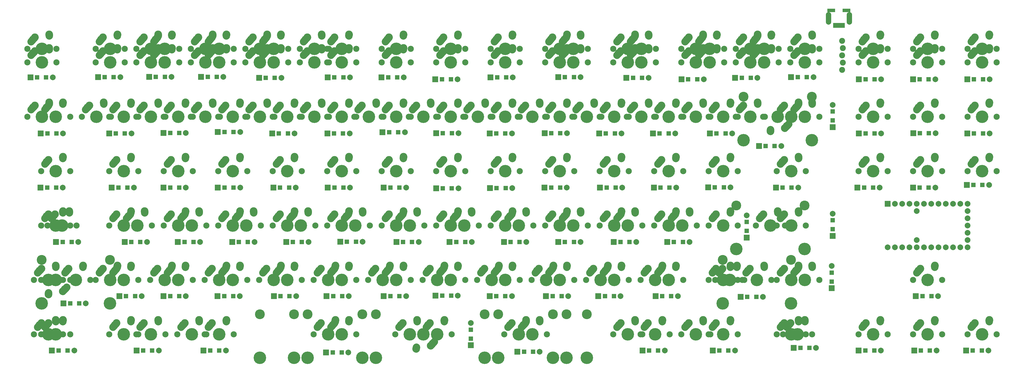
<source format=gbs>
G04 #@! TF.GenerationSoftware,KiCad,Pcbnew,(5.0.0-rc2-dev-733-g23a9fcd91)*
G04 #@! TF.CreationDate,2018-09-05T17:39:11-04:00*
G04 #@! TF.ProjectId,comp1800,636F6D70313830302E6B696361645F70,rev?*
G04 #@! TF.SameCoordinates,Original*
G04 #@! TF.FileFunction,Soldermask,Bot*
G04 #@! TF.FilePolarity,Negative*
%FSLAX46Y46*%
G04 Gerber Fmt 4.6, Leading zero omitted, Abs format (unit mm)*
G04 Created by KiCad (PCBNEW (5.0.0-rc2-dev-733-g23a9fcd91)) date 09/05/18 17:39:11*
%MOMM*%
%LPD*%
G01*
G04 APERTURE LIST*
%ADD10C,2.650000*%
%ADD11C,2.650000*%
%ADD12C,4.387800*%
%ADD13C,2.150000*%
%ADD14C,2.000000*%
%ADD15R,2.000000X2.000000*%
%ADD16C,3.448000*%
%ADD17R,1.600000X1.600000*%
%ADD18C,2.082800*%
%ADD19R,2.750000X1.200000*%
%ADD20R,0.900000X1.800000*%
%ADD21O,1.900000X4.400000*%
G04 APERTURE END LIST*
D10*
X254932500Y-128560000D03*
D11*
X254912500Y-128850000D02*
X254952500Y-128270000D01*
D10*
X254952500Y-128270000D03*
X249257501Y-130080000D03*
D11*
X248602500Y-130810000D02*
X249912502Y-129350000D01*
D12*
X252412500Y-133350000D03*
D10*
X249912500Y-129350000D03*
D13*
X247332500Y-133350000D03*
X257492500Y-133350000D03*
X362267500Y-114300000D03*
X352107500Y-114300000D03*
D10*
X354687500Y-110300000D03*
D12*
X357187500Y-114300000D03*
D10*
X354032501Y-111030000D03*
D11*
X353377500Y-111760000D02*
X354687502Y-110300000D01*
D10*
X359727500Y-109220000D03*
X359707500Y-109510000D03*
D11*
X359687500Y-109800000D02*
X359727500Y-109220000D01*
D14*
X353377500Y-100330000D03*
X353377500Y-90170000D03*
X343217500Y-102870000D03*
X345757500Y-102870000D03*
X348297500Y-102870000D03*
X350837500Y-102870000D03*
X353377500Y-102870000D03*
X355917500Y-102870000D03*
X358457500Y-102870000D03*
X360997500Y-102870000D03*
X363537500Y-102870000D03*
X366077500Y-102870000D03*
X368617500Y-102870000D03*
X371157500Y-102870000D03*
X371157500Y-100330000D03*
X371157500Y-97790000D03*
X371157500Y-92710000D03*
X371157500Y-90170000D03*
X371157500Y-87630000D03*
X368617500Y-87630000D03*
X366077500Y-87630000D03*
X363537500Y-87630000D03*
X360997500Y-87630000D03*
X358457500Y-87630000D03*
X355917500Y-87630000D03*
X353377500Y-87630000D03*
X350837500Y-87630000D03*
X348297500Y-87630000D03*
X345757500Y-87630000D03*
D15*
X343217500Y-87630000D03*
D14*
X371157500Y-95250000D03*
D10*
X359707500Y-71410000D03*
D11*
X359687500Y-71700000D02*
X359727500Y-71120000D01*
D10*
X359727500Y-71120000D03*
X354032501Y-72930000D03*
D11*
X353377500Y-73660000D02*
X354687502Y-72200000D01*
D12*
X357187500Y-76200000D03*
D10*
X354687500Y-72200000D03*
D13*
X352107500Y-76200000D03*
X362267500Y-76200000D03*
D10*
X316845000Y-28547500D03*
D11*
X316825000Y-28837500D02*
X316865000Y-28257500D01*
D10*
X316865000Y-28257500D03*
X311170001Y-30067500D03*
D11*
X310515000Y-30797500D02*
X311825002Y-29337500D01*
D12*
X314325000Y-33337500D03*
D10*
X311825000Y-29337500D03*
D13*
X309245000Y-33337500D03*
X319405000Y-33337500D03*
D10*
X212070000Y-28547500D03*
D11*
X212050000Y-28837500D02*
X212090000Y-28257500D01*
D10*
X212090000Y-28257500D03*
X206395001Y-30067500D03*
D11*
X205740000Y-30797500D02*
X207050002Y-29337500D01*
D12*
X209550000Y-33337500D03*
D10*
X207050000Y-29337500D03*
D13*
X204470000Y-33337500D03*
X214630000Y-33337500D03*
D10*
X193020000Y-28547500D03*
D11*
X193000000Y-28837500D02*
X193040000Y-28257500D01*
D10*
X193040000Y-28257500D03*
X187345001Y-30067500D03*
D11*
X186690000Y-30797500D02*
X188000002Y-29337500D01*
D12*
X190500000Y-33337500D03*
D10*
X188000000Y-29337500D03*
D13*
X185420000Y-33337500D03*
X195580000Y-33337500D03*
D10*
X259695000Y-28547500D03*
D11*
X259675000Y-28837500D02*
X259715000Y-28257500D01*
D10*
X259715000Y-28257500D03*
X254020001Y-30067500D03*
D11*
X253365000Y-30797500D02*
X254675002Y-29337500D01*
D12*
X257175000Y-33337500D03*
D10*
X254675000Y-29337500D03*
D13*
X252095000Y-33337500D03*
X262255000Y-33337500D03*
X128905000Y-33337500D03*
X118745000Y-33337500D03*
D10*
X121325000Y-29337500D03*
D12*
X123825000Y-33337500D03*
D10*
X120670001Y-30067500D03*
D11*
X120015000Y-30797500D02*
X121325002Y-29337500D01*
D10*
X126365000Y-28257500D03*
X126345000Y-28547500D03*
D11*
X126325000Y-28837500D02*
X126365000Y-28257500D01*
D10*
X302557500Y-28547500D03*
D11*
X302537500Y-28837500D02*
X302577500Y-28257500D01*
D10*
X302577500Y-28257500D03*
X296882501Y-30067500D03*
D11*
X296227500Y-30797500D02*
X297537502Y-29337500D01*
D12*
X300037500Y-33337500D03*
D10*
X297537500Y-29337500D03*
D13*
X294957500Y-33337500D03*
X305117500Y-33337500D03*
D10*
X112057500Y-28547500D03*
D11*
X112037500Y-28837500D02*
X112077500Y-28257500D01*
D10*
X112077500Y-28257500D03*
X106382501Y-30067500D03*
D11*
X105727500Y-30797500D02*
X107037502Y-29337500D01*
D12*
X109537500Y-33337500D03*
D10*
X107037500Y-29337500D03*
D13*
X104457500Y-33337500D03*
X114617500Y-33337500D03*
D10*
X254932500Y-28547500D03*
D11*
X254912500Y-28837500D02*
X254952500Y-28257500D01*
D10*
X254952500Y-28257500D03*
X249257501Y-30067500D03*
D11*
X248602500Y-30797500D02*
X249912502Y-29337500D01*
D12*
X252412500Y-33337500D03*
D10*
X249912500Y-29337500D03*
D13*
X247332500Y-33337500D03*
X257492500Y-33337500D03*
D10*
X145395000Y-28547500D03*
D11*
X145375000Y-28837500D02*
X145415000Y-28257500D01*
D10*
X145415000Y-28257500D03*
X139720001Y-30067500D03*
D11*
X139065000Y-30797500D02*
X140375002Y-29337500D01*
D12*
X142875000Y-33337500D03*
D10*
X140375000Y-29337500D03*
D13*
X137795000Y-33337500D03*
X147955000Y-33337500D03*
X300355000Y-33337500D03*
X290195000Y-33337500D03*
D10*
X292775000Y-29337500D03*
D12*
X295275000Y-33337500D03*
D10*
X292120001Y-30067500D03*
D11*
X291465000Y-30797500D02*
X292775002Y-29337500D01*
D10*
X297815000Y-28257500D03*
X297795000Y-28547500D03*
D11*
X297775000Y-28837500D02*
X297815000Y-28257500D01*
D10*
X173970000Y-28547500D03*
D11*
X173950000Y-28837500D02*
X173990000Y-28257500D01*
D10*
X173990000Y-28257500D03*
X168295001Y-30067500D03*
D11*
X167640000Y-30797500D02*
X168950002Y-29337500D01*
D12*
X171450000Y-33337500D03*
D10*
X168950000Y-29337500D03*
D13*
X166370000Y-33337500D03*
X176530000Y-33337500D03*
D10*
X278745000Y-28547500D03*
D11*
X278725000Y-28837500D02*
X278765000Y-28257500D01*
D10*
X278765000Y-28257500D03*
X273070001Y-30067500D03*
D11*
X272415000Y-30797500D02*
X273725002Y-29337500D01*
D12*
X276225000Y-33337500D03*
D10*
X273725000Y-29337500D03*
D13*
X271145000Y-33337500D03*
X281305000Y-33337500D03*
X109855000Y-33337500D03*
X99695000Y-33337500D03*
D10*
X102275000Y-29337500D03*
D12*
X104775000Y-33337500D03*
D10*
X101620001Y-30067500D03*
D11*
X100965000Y-30797500D02*
X102275002Y-29337500D01*
D10*
X107315000Y-28257500D03*
X107295000Y-28547500D03*
D11*
X107275000Y-28837500D02*
X107315000Y-28257500D01*
D10*
X88245000Y-28547500D03*
D11*
X88225000Y-28837500D02*
X88265000Y-28257500D01*
D10*
X88265000Y-28257500D03*
X82570001Y-30067500D03*
D11*
X81915000Y-30797500D02*
X83225002Y-29337500D01*
D12*
X85725000Y-33337500D03*
D10*
X83225000Y-29337500D03*
D13*
X80645000Y-33337500D03*
X90805000Y-33337500D03*
X238442500Y-33337500D03*
X228282500Y-33337500D03*
D10*
X230862500Y-29337500D03*
D12*
X233362500Y-33337500D03*
D10*
X230207501Y-30067500D03*
D11*
X229552500Y-30797500D02*
X230862502Y-29337500D01*
D10*
X235902500Y-28257500D03*
X235882500Y-28547500D03*
D11*
X235862500Y-28837500D02*
X235902500Y-28257500D01*
D10*
X93007500Y-28547500D03*
D11*
X92987500Y-28837500D02*
X93027500Y-28257500D01*
D10*
X93027500Y-28257500D03*
X87332501Y-30067500D03*
D11*
X86677500Y-30797500D02*
X87987502Y-29337500D01*
D12*
X90487500Y-33337500D03*
D10*
X87987500Y-29337500D03*
D13*
X85407500Y-33337500D03*
X95567500Y-33337500D03*
X233680000Y-33337500D03*
X223520000Y-33337500D03*
D10*
X226100000Y-29337500D03*
D12*
X228600000Y-33337500D03*
D10*
X225445001Y-30067500D03*
D11*
X224790000Y-30797500D02*
X226100002Y-29337500D01*
D10*
X231140000Y-28257500D03*
X231120000Y-28547500D03*
D11*
X231100000Y-28837500D02*
X231140000Y-28257500D01*
D13*
X133667500Y-33337500D03*
X123507500Y-33337500D03*
D10*
X126087500Y-29337500D03*
D12*
X128587500Y-33337500D03*
D10*
X125432501Y-30067500D03*
D11*
X124777500Y-30797500D02*
X126087502Y-29337500D01*
D10*
X131127500Y-28257500D03*
X131107500Y-28547500D03*
D11*
X131087500Y-28837500D02*
X131127500Y-28257500D01*
D13*
X157480000Y-33337500D03*
X147320000Y-33337500D03*
D10*
X149900000Y-29337500D03*
D12*
X152400000Y-33337500D03*
D10*
X149245001Y-30067500D03*
D11*
X148590000Y-30797500D02*
X149900002Y-29337500D01*
D10*
X154940000Y-28257500D03*
X154920000Y-28547500D03*
D11*
X154900000Y-28837500D02*
X154940000Y-28257500D01*
D10*
X283507500Y-28547500D03*
D11*
X283487500Y-28837500D02*
X283527500Y-28257500D01*
D10*
X283527500Y-28257500D03*
X277832501Y-30067500D03*
D11*
X277177500Y-30797500D02*
X278487502Y-29337500D01*
D12*
X280987500Y-33337500D03*
D10*
X278487500Y-29337500D03*
D13*
X275907500Y-33337500D03*
X286067500Y-33337500D03*
X90805000Y-38100000D03*
X80645000Y-38100000D03*
D10*
X83225000Y-34100000D03*
D12*
X85725000Y-38100000D03*
D10*
X82570001Y-34830000D03*
D11*
X81915000Y-35560000D02*
X83225002Y-34100000D01*
D10*
X88265000Y-33020000D03*
X88245000Y-33310000D03*
D11*
X88225000Y-33600000D02*
X88265000Y-33020000D01*
D10*
X107295000Y-33310000D03*
D11*
X107275000Y-33600000D02*
X107315000Y-33020000D01*
D10*
X107315000Y-33020000D03*
X101620001Y-34830000D03*
D11*
X100965000Y-35560000D02*
X102275002Y-34100000D01*
D12*
X104775000Y-38100000D03*
D10*
X102275000Y-34100000D03*
D13*
X99695000Y-38100000D03*
X109855000Y-38100000D03*
D10*
X126345000Y-33310000D03*
D11*
X126325000Y-33600000D02*
X126365000Y-33020000D01*
D10*
X126365000Y-33020000D03*
X120670001Y-34830000D03*
D11*
X120015000Y-35560000D02*
X121325002Y-34100000D01*
D12*
X123825000Y-38100000D03*
D10*
X121325000Y-34100000D03*
D13*
X118745000Y-38100000D03*
X128905000Y-38100000D03*
X147955000Y-38100000D03*
X137795000Y-38100000D03*
D10*
X140375000Y-34100000D03*
D12*
X142875000Y-38100000D03*
D10*
X139720001Y-34830000D03*
D11*
X139065000Y-35560000D02*
X140375002Y-34100000D01*
D10*
X145415000Y-33020000D03*
X145395000Y-33310000D03*
D11*
X145375000Y-33600000D02*
X145415000Y-33020000D01*
D10*
X154920000Y-33310000D03*
D11*
X154900000Y-33600000D02*
X154940000Y-33020000D01*
D10*
X154940000Y-33020000D03*
X149245001Y-34830000D03*
D11*
X148590000Y-35560000D02*
X149900002Y-34100000D01*
D12*
X152400000Y-38100000D03*
D10*
X149900000Y-34100000D03*
D13*
X147320000Y-38100000D03*
X157480000Y-38100000D03*
X343217500Y-38100000D03*
X333057500Y-38100000D03*
D10*
X335637500Y-34100000D03*
D12*
X338137500Y-38100000D03*
D10*
X334982501Y-34830000D03*
D11*
X334327500Y-35560000D02*
X335637502Y-34100000D01*
D10*
X340677500Y-33020000D03*
X340657500Y-33310000D03*
D11*
X340637500Y-33600000D02*
X340677500Y-33020000D01*
D10*
X378757500Y-33310000D03*
D11*
X378737500Y-33600000D02*
X378777500Y-33020000D01*
D10*
X378777500Y-33020000D03*
X373082501Y-34830000D03*
D11*
X372427500Y-35560000D02*
X373737502Y-34100000D01*
D12*
X376237500Y-38100000D03*
D10*
X373737500Y-34100000D03*
D13*
X371157500Y-38100000D03*
X381317500Y-38100000D03*
D10*
X359707500Y-33310000D03*
D11*
X359687500Y-33600000D02*
X359727500Y-33020000D01*
D10*
X359727500Y-33020000D03*
X354032501Y-34830000D03*
D11*
X353377500Y-35560000D02*
X354687502Y-34100000D01*
D12*
X357187500Y-38100000D03*
D10*
X354687500Y-34100000D03*
D13*
X352107500Y-38100000D03*
X362267500Y-38100000D03*
X286067500Y-38100000D03*
X275907500Y-38100000D03*
D10*
X278487500Y-34100000D03*
D12*
X280987500Y-38100000D03*
D10*
X277832501Y-34830000D03*
D11*
X277177500Y-35560000D02*
X278487502Y-34100000D01*
D10*
X283527500Y-33020000D03*
X283507500Y-33310000D03*
D11*
X283487500Y-33600000D02*
X283527500Y-33020000D01*
D10*
X297795000Y-33310000D03*
D11*
X297775000Y-33600000D02*
X297815000Y-33020000D01*
D10*
X297815000Y-33020000D03*
X292120001Y-34830000D03*
D11*
X291465000Y-35560000D02*
X292775002Y-34100000D01*
D12*
X295275000Y-38100000D03*
D10*
X292775000Y-34100000D03*
D13*
X290195000Y-38100000D03*
X300355000Y-38100000D03*
D10*
X131107500Y-33310000D03*
D11*
X131087500Y-33600000D02*
X131127500Y-33020000D01*
D10*
X131127500Y-33020000D03*
X125432501Y-34830000D03*
D11*
X124777500Y-35560000D02*
X126087502Y-34100000D01*
D12*
X128587500Y-38100000D03*
D10*
X126087500Y-34100000D03*
D13*
X123507500Y-38100000D03*
X133667500Y-38100000D03*
X114617500Y-38100000D03*
X104457500Y-38100000D03*
D10*
X107037500Y-34100000D03*
D12*
X109537500Y-38100000D03*
D10*
X106382501Y-34830000D03*
D11*
X105727500Y-35560000D02*
X107037502Y-34100000D01*
D10*
X112077500Y-33020000D03*
X112057500Y-33310000D03*
D11*
X112037500Y-33600000D02*
X112077500Y-33020000D01*
D13*
X319405000Y-38100000D03*
X309245000Y-38100000D03*
D10*
X311825000Y-34100000D03*
D12*
X314325000Y-38100000D03*
D10*
X311170001Y-34830000D03*
D11*
X310515000Y-35560000D02*
X311825002Y-34100000D01*
D10*
X316865000Y-33020000D03*
X316845000Y-33310000D03*
D11*
X316825000Y-33600000D02*
X316865000Y-33020000D01*
D13*
X305117500Y-38100000D03*
X294957500Y-38100000D03*
D10*
X297537500Y-34100000D03*
D12*
X300037500Y-38100000D03*
D10*
X296882501Y-34830000D03*
D11*
X296227500Y-35560000D02*
X297537502Y-34100000D01*
D10*
X302577500Y-33020000D03*
X302557500Y-33310000D03*
D11*
X302537500Y-33600000D02*
X302577500Y-33020000D01*
D10*
X231120000Y-33310000D03*
D11*
X231100000Y-33600000D02*
X231140000Y-33020000D01*
D10*
X231140000Y-33020000D03*
X225445001Y-34830000D03*
D11*
X224790000Y-35560000D02*
X226100002Y-34100000D01*
D12*
X228600000Y-38100000D03*
D10*
X226100000Y-34100000D03*
D13*
X223520000Y-38100000D03*
X233680000Y-38100000D03*
D10*
X235882500Y-33310000D03*
D11*
X235862500Y-33600000D02*
X235902500Y-33020000D01*
D10*
X235902500Y-33020000D03*
X230207501Y-34830000D03*
D11*
X229552500Y-35560000D02*
X230862502Y-34100000D01*
D12*
X233362500Y-38100000D03*
D10*
X230862500Y-34100000D03*
D13*
X228282500Y-38100000D03*
X238442500Y-38100000D03*
X95567500Y-38100000D03*
X85407500Y-38100000D03*
D10*
X87987500Y-34100000D03*
D12*
X90487500Y-38100000D03*
D10*
X87332501Y-34830000D03*
D11*
X86677500Y-35560000D02*
X87987502Y-34100000D01*
D10*
X93027500Y-33020000D03*
X93007500Y-33310000D03*
D11*
X92987500Y-33600000D02*
X93027500Y-33020000D01*
D13*
X262255000Y-38100000D03*
X252095000Y-38100000D03*
D10*
X254675000Y-34100000D03*
D12*
X257175000Y-38100000D03*
D10*
X254020001Y-34830000D03*
D11*
X253365000Y-35560000D02*
X254675002Y-34100000D01*
D10*
X259715000Y-33020000D03*
X259695000Y-33310000D03*
D11*
X259675000Y-33600000D02*
X259715000Y-33020000D01*
D10*
X73957500Y-33310000D03*
D11*
X73937500Y-33600000D02*
X73977500Y-33020000D01*
D10*
X73977500Y-33020000D03*
X68282501Y-34830000D03*
D11*
X67627500Y-35560000D02*
X68937502Y-34100000D01*
D12*
X71437500Y-38100000D03*
D10*
X68937500Y-34100000D03*
D13*
X66357500Y-38100000D03*
X76517500Y-38100000D03*
X195580000Y-38100000D03*
X185420000Y-38100000D03*
D10*
X188000000Y-34100000D03*
D12*
X190500000Y-38100000D03*
D10*
X187345001Y-34830000D03*
D11*
X186690000Y-35560000D02*
X188000002Y-34100000D01*
D10*
X193040000Y-33020000D03*
X193020000Y-33310000D03*
D11*
X193000000Y-33600000D02*
X193040000Y-33020000D01*
D13*
X281305000Y-38100000D03*
X271145000Y-38100000D03*
D10*
X273725000Y-34100000D03*
D12*
X276225000Y-38100000D03*
D10*
X273070001Y-34830000D03*
D11*
X272415000Y-35560000D02*
X273725002Y-34100000D01*
D10*
X278765000Y-33020000D03*
X278745000Y-33310000D03*
D11*
X278725000Y-33600000D02*
X278765000Y-33020000D01*
D13*
X176530000Y-38100000D03*
X166370000Y-38100000D03*
D10*
X168950000Y-34100000D03*
D12*
X171450000Y-38100000D03*
D10*
X168295001Y-34830000D03*
D11*
X167640000Y-35560000D02*
X168950002Y-34100000D01*
D10*
X173990000Y-33020000D03*
X173970000Y-33310000D03*
D11*
X173950000Y-33600000D02*
X173990000Y-33020000D01*
D13*
X214630000Y-38100000D03*
X204470000Y-38100000D03*
D10*
X207050000Y-34100000D03*
D12*
X209550000Y-38100000D03*
D10*
X206395001Y-34830000D03*
D11*
X205740000Y-35560000D02*
X207050002Y-34100000D01*
D10*
X212090000Y-33020000D03*
X212070000Y-33310000D03*
D11*
X212050000Y-33600000D02*
X212090000Y-33020000D01*
D13*
X257492500Y-38100000D03*
X247332500Y-38100000D03*
D10*
X249912500Y-34100000D03*
D12*
X252412500Y-38100000D03*
D10*
X249257501Y-34830000D03*
D11*
X248602500Y-35560000D02*
X249912502Y-34100000D01*
D10*
X254952500Y-33020000D03*
X254932500Y-33310000D03*
D11*
X254912500Y-33600000D02*
X254952500Y-33020000D01*
D10*
X50145000Y-33310000D03*
D11*
X50125000Y-33600000D02*
X50165000Y-33020000D01*
D10*
X50165000Y-33020000D03*
X44470001Y-34830000D03*
D11*
X43815000Y-35560000D02*
X45125002Y-34100000D01*
D12*
X47625000Y-38100000D03*
D10*
X45125000Y-34100000D03*
D13*
X42545000Y-38100000D03*
X52705000Y-38100000D03*
X181292500Y-133350000D03*
X171132500Y-133350000D03*
D10*
X173712500Y-129350000D03*
D12*
X176212500Y-133350000D03*
D10*
X173057501Y-130080000D03*
D11*
X172402500Y-130810000D02*
X173712502Y-129350000D01*
D10*
X178752500Y-128270000D03*
X178732500Y-128560000D03*
D11*
X178712500Y-128850000D02*
X178752500Y-128270000D01*
D10*
X254932500Y-90460000D03*
D11*
X254912500Y-90750000D02*
X254952500Y-90170000D01*
D10*
X254952500Y-90170000D03*
X249257501Y-91980000D03*
D11*
X248602500Y-92710000D02*
X249912502Y-91250000D01*
D12*
X252412500Y-95250000D03*
D10*
X249912500Y-91250000D03*
D13*
X247332500Y-95250000D03*
X257492500Y-95250000D03*
D10*
X83482500Y-90460000D03*
D11*
X83462500Y-90750000D02*
X83502500Y-90170000D01*
D10*
X83502500Y-90170000D03*
X77807501Y-91980000D03*
D11*
X77152500Y-92710000D02*
X78462502Y-91250000D01*
D12*
X80962500Y-95250000D03*
D10*
X78462500Y-91250000D03*
D13*
X75882500Y-95250000D03*
X86042500Y-95250000D03*
X171767500Y-114300000D03*
X161607500Y-114300000D03*
D10*
X164187500Y-110300000D03*
D12*
X166687500Y-114300000D03*
D10*
X163532501Y-111030000D03*
D11*
X162877500Y-111760000D02*
X164187502Y-110300000D01*
D10*
X169227500Y-109220000D03*
X169207500Y-109510000D03*
D11*
X169187500Y-109800000D02*
X169227500Y-109220000D01*
D10*
X131107500Y-109510000D03*
D11*
X131087500Y-109800000D02*
X131127500Y-109220000D01*
D10*
X131127500Y-109220000D03*
X125432501Y-111030000D03*
D11*
X124777500Y-111760000D02*
X126087502Y-110300000D01*
D12*
X128587500Y-114300000D03*
D10*
X126087500Y-110300000D03*
D13*
X123507500Y-114300000D03*
X133667500Y-114300000D03*
X124142500Y-95250000D03*
X113982500Y-95250000D03*
D10*
X116562500Y-91250000D03*
D12*
X119062500Y-95250000D03*
D10*
X115907501Y-91980000D03*
D11*
X115252500Y-92710000D02*
X116562502Y-91250000D01*
D10*
X121602500Y-90170000D03*
X121582500Y-90460000D03*
D11*
X121562500Y-90750000D02*
X121602500Y-90170000D01*
D13*
X119380000Y-76200000D03*
X109220000Y-76200000D03*
D10*
X111800000Y-72200000D03*
D12*
X114300000Y-76200000D03*
D10*
X111145001Y-72930000D03*
D11*
X110490000Y-73660000D02*
X111800002Y-72200000D01*
D10*
X116840000Y-71120000D03*
X116820000Y-71410000D03*
D11*
X116800000Y-71700000D02*
X116840000Y-71120000D01*
D13*
X143192500Y-95250000D03*
X133032500Y-95250000D03*
D10*
X135612500Y-91250000D03*
D12*
X138112500Y-95250000D03*
D10*
X134957501Y-91980000D03*
D11*
X134302500Y-92710000D02*
X135612502Y-91250000D01*
D10*
X140652500Y-90170000D03*
X140632500Y-90460000D03*
D11*
X140612500Y-90750000D02*
X140652500Y-90170000D01*
D13*
X162242500Y-95250000D03*
X152082500Y-95250000D03*
D10*
X154662500Y-91250000D03*
D12*
X157162500Y-95250000D03*
D10*
X154007501Y-91980000D03*
D11*
X153352500Y-92710000D02*
X154662502Y-91250000D01*
D10*
X159702500Y-90170000D03*
X159682500Y-90460000D03*
D11*
X159662500Y-90750000D02*
X159702500Y-90170000D01*
D13*
X181292500Y-95250000D03*
X171132500Y-95250000D03*
D10*
X173712500Y-91250000D03*
D12*
X176212500Y-95250000D03*
D10*
X173057501Y-91980000D03*
D11*
X172402500Y-92710000D02*
X173712502Y-91250000D01*
D10*
X178752500Y-90170000D03*
X178732500Y-90460000D03*
D11*
X178712500Y-90750000D02*
X178752500Y-90170000D01*
D13*
X214630000Y-76200000D03*
X204470000Y-76200000D03*
D10*
X207050000Y-72200000D03*
D12*
X209550000Y-76200000D03*
D10*
X206395001Y-72930000D03*
D11*
X205740000Y-73660000D02*
X207050002Y-72200000D01*
D10*
X212090000Y-71120000D03*
X212070000Y-71410000D03*
D11*
X212050000Y-71700000D02*
X212090000Y-71120000D01*
D10*
X197782500Y-90460000D03*
D11*
X197762500Y-90750000D02*
X197802500Y-90170000D01*
D10*
X197802500Y-90170000D03*
X192107501Y-91980000D03*
D11*
X191452500Y-92710000D02*
X192762502Y-91250000D01*
D12*
X195262500Y-95250000D03*
D10*
X192762500Y-91250000D03*
D13*
X190182500Y-95250000D03*
X200342500Y-95250000D03*
D10*
X245407500Y-109510000D03*
D11*
X245387500Y-109800000D02*
X245427500Y-109220000D01*
D10*
X245427500Y-109220000D03*
X239732501Y-111030000D03*
D11*
X239077500Y-111760000D02*
X240387502Y-110300000D01*
D12*
X242887500Y-114300000D03*
D10*
X240387500Y-110300000D03*
D13*
X237807500Y-114300000D03*
X247967500Y-114300000D03*
X228917500Y-114300000D03*
X218757500Y-114300000D03*
D10*
X221337500Y-110300000D03*
D12*
X223837500Y-114300000D03*
D10*
X220682501Y-111030000D03*
D11*
X220027500Y-111760000D02*
X221337502Y-110300000D01*
D10*
X226377500Y-109220000D03*
X226357500Y-109510000D03*
D11*
X226337500Y-109800000D02*
X226377500Y-109220000D01*
D10*
X240645000Y-52360000D03*
D11*
X240625000Y-52650000D02*
X240665000Y-52070000D01*
D10*
X240665000Y-52070000D03*
X234970001Y-53880000D03*
D11*
X234315000Y-54610000D02*
X235625002Y-53150000D01*
D12*
X238125000Y-57150000D03*
D10*
X235625000Y-53150000D03*
D13*
X233045000Y-57150000D03*
X243205000Y-57150000D03*
D10*
X69195000Y-52360000D03*
D11*
X69175000Y-52650000D02*
X69215000Y-52070000D01*
D10*
X69215000Y-52070000D03*
X63520001Y-53880000D03*
D11*
X62865000Y-54610000D02*
X64175002Y-53150000D01*
D12*
X66675000Y-57150000D03*
D10*
X64175000Y-53150000D03*
D13*
X61595000Y-57150000D03*
X71755000Y-57150000D03*
X219392500Y-95250000D03*
X209232500Y-95250000D03*
D10*
X211812500Y-91250000D03*
D12*
X214312500Y-95250000D03*
D10*
X211157501Y-91980000D03*
D11*
X210502500Y-92710000D02*
X211812502Y-91250000D01*
D10*
X216852500Y-90170000D03*
X216832500Y-90460000D03*
D11*
X216812500Y-90750000D02*
X216852500Y-90170000D01*
D13*
X90805000Y-57150000D03*
X80645000Y-57150000D03*
D10*
X83225000Y-53150000D03*
D12*
X85725000Y-57150000D03*
D10*
X82570001Y-53880000D03*
D11*
X81915000Y-54610000D02*
X83225002Y-53150000D01*
D10*
X88265000Y-52070000D03*
X88245000Y-52360000D03*
D11*
X88225000Y-52650000D02*
X88265000Y-52070000D01*
D10*
X107295000Y-52360000D03*
D11*
X107275000Y-52650000D02*
X107315000Y-52070000D01*
D10*
X107315000Y-52070000D03*
X101620001Y-53880000D03*
D11*
X100965000Y-54610000D02*
X102275002Y-53150000D01*
D12*
X104775000Y-57150000D03*
D10*
X102275000Y-53150000D03*
D13*
X99695000Y-57150000D03*
X109855000Y-57150000D03*
X128905000Y-57150000D03*
X118745000Y-57150000D03*
D10*
X121325000Y-53150000D03*
D12*
X123825000Y-57150000D03*
D10*
X120670001Y-53880000D03*
D11*
X120015000Y-54610000D02*
X121325002Y-53150000D01*
D10*
X126365000Y-52070000D03*
X126345000Y-52360000D03*
D11*
X126325000Y-52650000D02*
X126365000Y-52070000D01*
D13*
X147955000Y-57150000D03*
X137795000Y-57150000D03*
D10*
X140375000Y-53150000D03*
D12*
X142875000Y-57150000D03*
D10*
X139720001Y-53880000D03*
D11*
X139065000Y-54610000D02*
X140375002Y-53150000D01*
D10*
X145415000Y-52070000D03*
X145395000Y-52360000D03*
D11*
X145375000Y-52650000D02*
X145415000Y-52070000D01*
D13*
X167005000Y-57150000D03*
X156845000Y-57150000D03*
D10*
X159425000Y-53150000D03*
D12*
X161925000Y-57150000D03*
D10*
X158770001Y-53880000D03*
D11*
X158115000Y-54610000D02*
X159425002Y-53150000D01*
D10*
X164465000Y-52070000D03*
X164445000Y-52360000D03*
D11*
X164425000Y-52650000D02*
X164465000Y-52070000D01*
D13*
X186055000Y-57150000D03*
X175895000Y-57150000D03*
D10*
X178475000Y-53150000D03*
D12*
X180975000Y-57150000D03*
D10*
X177820001Y-53880000D03*
D11*
X177165000Y-54610000D02*
X178475002Y-53150000D01*
D10*
X183515000Y-52070000D03*
X183495000Y-52360000D03*
D11*
X183475000Y-52650000D02*
X183515000Y-52070000D01*
D10*
X202545000Y-52360000D03*
D11*
X202525000Y-52650000D02*
X202565000Y-52070000D01*
D10*
X202565000Y-52070000D03*
X196870001Y-53880000D03*
D11*
X196215000Y-54610000D02*
X197525002Y-53150000D01*
D12*
X200025000Y-57150000D03*
D10*
X197525000Y-53150000D03*
D13*
X194945000Y-57150000D03*
X205105000Y-57150000D03*
X224155000Y-57150000D03*
X213995000Y-57150000D03*
D10*
X216575000Y-53150000D03*
D12*
X219075000Y-57150000D03*
D10*
X215920001Y-53880000D03*
D11*
X215265000Y-54610000D02*
X216575002Y-53150000D01*
D10*
X221615000Y-52070000D03*
X221595000Y-52360000D03*
D11*
X221575000Y-52650000D02*
X221615000Y-52070000D01*
D13*
X271780000Y-76200000D03*
X261620000Y-76200000D03*
D10*
X264200000Y-72200000D03*
D12*
X266700000Y-76200000D03*
D10*
X263545001Y-72930000D03*
D11*
X262890000Y-73660000D02*
X264200002Y-72200000D01*
D10*
X269240000Y-71120000D03*
X269220000Y-71410000D03*
D11*
X269200000Y-71700000D02*
X269240000Y-71120000D01*
D10*
X288270000Y-71410000D03*
D11*
X288250000Y-71700000D02*
X288290000Y-71120000D01*
D10*
X288290000Y-71120000D03*
X282595001Y-72930000D03*
D11*
X281940000Y-73660000D02*
X283250002Y-72200000D01*
D12*
X285750000Y-76200000D03*
D10*
X283250000Y-72200000D03*
D13*
X280670000Y-76200000D03*
X290830000Y-76200000D03*
X276542500Y-95250000D03*
X266382500Y-95250000D03*
D10*
X268962500Y-91250000D03*
D12*
X271462500Y-95250000D03*
D10*
X268307501Y-91980000D03*
D11*
X267652500Y-92710000D02*
X268962502Y-91250000D01*
D10*
X274002500Y-90170000D03*
X273982500Y-90460000D03*
D11*
X273962500Y-90750000D02*
X274002500Y-90170000D01*
D10*
X378757500Y-52360000D03*
D11*
X378737500Y-52650000D02*
X378777500Y-52070000D01*
D10*
X378777500Y-52070000D03*
X373082501Y-53880000D03*
D11*
X372427500Y-54610000D02*
X373737502Y-53150000D01*
D12*
X376237500Y-57150000D03*
D10*
X373737500Y-53150000D03*
D13*
X371157500Y-57150000D03*
X381317500Y-57150000D03*
X262255000Y-57150000D03*
X252095000Y-57150000D03*
D10*
X254675000Y-53150000D03*
D12*
X257175000Y-57150000D03*
D10*
X254020001Y-53880000D03*
D11*
X253365000Y-54610000D02*
X254675002Y-53150000D01*
D10*
X259715000Y-52070000D03*
X259695000Y-52360000D03*
D11*
X259675000Y-52650000D02*
X259715000Y-52070000D01*
D13*
X381317500Y-133350000D03*
X371157500Y-133350000D03*
D10*
X373737500Y-129350000D03*
D12*
X376237500Y-133350000D03*
D10*
X373082501Y-130080000D03*
D11*
X372427500Y-130810000D02*
X373737502Y-129350000D01*
D10*
X378777500Y-128270000D03*
X378757500Y-128560000D03*
D11*
X378737500Y-128850000D02*
X378777500Y-128270000D01*
D10*
X264457500Y-109510000D03*
D11*
X264437500Y-109800000D02*
X264477500Y-109220000D01*
D10*
X264477500Y-109220000D03*
X258782501Y-111030000D03*
D11*
X258127500Y-111760000D02*
X259437502Y-110300000D01*
D12*
X261937500Y-114300000D03*
D10*
X259437500Y-110300000D03*
D13*
X256857500Y-114300000D03*
X267017500Y-114300000D03*
D10*
X359707500Y-52360000D03*
D11*
X359687500Y-52650000D02*
X359727500Y-52070000D01*
D10*
X359727500Y-52070000D03*
X354032501Y-53880000D03*
D11*
X353377500Y-54610000D02*
X354687502Y-53150000D01*
D12*
X357187500Y-57150000D03*
D10*
X354687500Y-53150000D03*
D13*
X352107500Y-57150000D03*
X362267500Y-57150000D03*
D10*
X290532500Y-109510000D03*
D11*
X290512500Y-109800000D02*
X290552500Y-109220000D01*
D10*
X290552500Y-109220000D03*
X284857501Y-111030000D03*
D11*
X284202500Y-111760000D02*
X285512502Y-110300000D01*
D12*
X288012500Y-114300000D03*
D10*
X285512500Y-110300000D03*
D13*
X282932500Y-114300000D03*
X293092500Y-114300000D03*
D10*
X340657500Y-128560000D03*
D11*
X340637500Y-128850000D02*
X340677500Y-128270000D01*
D10*
X340677500Y-128270000D03*
X334982501Y-130080000D03*
D11*
X334327500Y-130810000D02*
X335637502Y-129350000D01*
D12*
X338137500Y-133350000D03*
D10*
X335637500Y-129350000D03*
D13*
X333057500Y-133350000D03*
X343217500Y-133350000D03*
X362267500Y-133350000D03*
X352107500Y-133350000D03*
D10*
X354687500Y-129350000D03*
D12*
X357187500Y-133350000D03*
D10*
X354032501Y-130080000D03*
D11*
X353377500Y-130810000D02*
X354687502Y-129350000D01*
D10*
X359727500Y-128270000D03*
X359707500Y-128560000D03*
D11*
X359687500Y-128850000D02*
X359727500Y-128270000D01*
D10*
X340657500Y-71410000D03*
D11*
X340637500Y-71700000D02*
X340677500Y-71120000D01*
D10*
X340677500Y-71120000D03*
X334982501Y-72930000D03*
D11*
X334327500Y-73660000D02*
X335637502Y-72200000D01*
D12*
X338137500Y-76200000D03*
D10*
X335637500Y-72200000D03*
D13*
X333057500Y-76200000D03*
X343217500Y-76200000D03*
D10*
X378757500Y-71410000D03*
D11*
X378737500Y-71700000D02*
X378777500Y-71120000D01*
D10*
X378777500Y-71120000D03*
X373082501Y-72930000D03*
D11*
X372427500Y-73660000D02*
X373737502Y-72200000D01*
D12*
X376237500Y-76200000D03*
D10*
X373737500Y-72200000D03*
D13*
X371157500Y-76200000D03*
X381317500Y-76200000D03*
D10*
X278745000Y-52360000D03*
D11*
X278725000Y-52650000D02*
X278765000Y-52070000D01*
D10*
X278765000Y-52070000D03*
X273070001Y-53880000D03*
D11*
X272415000Y-54610000D02*
X273725002Y-53150000D01*
D12*
X276225000Y-57150000D03*
D10*
X273725000Y-53150000D03*
D13*
X271145000Y-57150000D03*
X281305000Y-57150000D03*
X114617500Y-133350000D03*
X104457500Y-133350000D03*
D10*
X107037500Y-129350000D03*
D12*
X109537500Y-133350000D03*
D10*
X106382501Y-130080000D03*
D11*
X105727500Y-130810000D02*
X107037502Y-129350000D01*
D10*
X112077500Y-128270000D03*
X112057500Y-128560000D03*
D11*
X112037500Y-128850000D02*
X112077500Y-128270000D01*
D10*
X102532500Y-128560000D03*
D11*
X102512500Y-128850000D02*
X102552500Y-128270000D01*
D10*
X102552500Y-128270000D03*
X96857501Y-130080000D03*
D11*
X96202500Y-130810000D02*
X97512502Y-129350000D01*
D12*
X100012500Y-133350000D03*
D10*
X97512500Y-129350000D03*
D13*
X94932500Y-133350000D03*
X105092500Y-133350000D03*
X316865000Y-133350000D03*
X306705000Y-133350000D03*
D10*
X309285000Y-129350000D03*
D12*
X311785000Y-133350000D03*
D10*
X308630001Y-130080000D03*
D11*
X307975000Y-130810000D02*
X309285002Y-129350000D01*
D10*
X314325000Y-128270000D03*
X314305000Y-128560000D03*
D11*
X314285000Y-128850000D02*
X314325000Y-128270000D01*
D13*
X314642500Y-133350000D03*
X304482500Y-133350000D03*
D10*
X307062500Y-129350000D03*
D12*
X309562500Y-133350000D03*
D10*
X306407501Y-130080000D03*
D11*
X305752500Y-130810000D02*
X307062502Y-129350000D01*
D10*
X312102500Y-128270000D03*
X312082500Y-128560000D03*
D11*
X312062500Y-128850000D02*
X312102500Y-128270000D01*
D13*
X319405000Y-57150000D03*
X309245000Y-57150000D03*
D10*
X311825000Y-53150000D03*
D12*
X314325000Y-57150000D03*
D10*
X311170001Y-53880000D03*
D11*
X310515000Y-54610000D02*
X311825002Y-53150000D01*
D10*
X316865000Y-52070000D03*
X316845000Y-52360000D03*
D11*
X316825000Y-52650000D02*
X316865000Y-52070000D01*
D10*
X57170000Y-90460000D03*
D11*
X57150000Y-90750000D02*
X57190000Y-90170000D01*
D10*
X57190000Y-90170000D03*
X51495001Y-91980000D03*
D11*
X50840000Y-92710000D02*
X52150002Y-91250000D01*
D12*
X54650000Y-95250000D03*
D10*
X52150000Y-91250000D03*
D13*
X49570000Y-95250000D03*
X59730000Y-95250000D03*
X54967500Y-133350000D03*
X44807500Y-133350000D03*
D10*
X47387500Y-129350000D03*
D12*
X49887500Y-133350000D03*
D10*
X46732501Y-130080000D03*
D11*
X46077500Y-130810000D02*
X47387502Y-129350000D01*
D10*
X52427500Y-128270000D03*
X52407500Y-128560000D03*
D11*
X52387500Y-128850000D02*
X52427500Y-128270000D01*
D10*
X54907500Y-128560000D03*
D11*
X54887500Y-128850000D02*
X54927500Y-128270000D01*
D10*
X54927500Y-128270000D03*
X49232501Y-130080000D03*
D11*
X48577500Y-130810000D02*
X49887502Y-129350000D01*
D12*
X52387500Y-133350000D03*
D10*
X49887500Y-129350000D03*
D13*
X47307500Y-133350000D03*
X57467500Y-133350000D03*
X267017500Y-133350000D03*
X256857500Y-133350000D03*
D10*
X259437500Y-129350000D03*
D12*
X261937500Y-133350000D03*
D10*
X258782501Y-130080000D03*
D11*
X258127500Y-130810000D02*
X259437502Y-129350000D01*
D10*
X264477500Y-128270000D03*
X264457500Y-128560000D03*
D11*
X264437500Y-128850000D02*
X264477500Y-128270000D01*
D10*
X297795000Y-52360000D03*
D11*
X297775000Y-52650000D02*
X297815000Y-52070000D01*
D10*
X297815000Y-52070000D03*
X292120001Y-53880000D03*
D11*
X291465000Y-54610000D02*
X292775002Y-53150000D01*
D12*
X295275000Y-57150000D03*
D10*
X292775000Y-53150000D03*
D13*
X290195000Y-57150000D03*
X300355000Y-57150000D03*
D10*
X304820000Y-90460000D03*
D11*
X304800000Y-90750000D02*
X304840000Y-90170000D01*
D10*
X304840000Y-90170000D03*
X299145001Y-91980000D03*
D11*
X298490000Y-92710000D02*
X299800002Y-91250000D01*
D12*
X302300000Y-95250000D03*
D10*
X299800000Y-91250000D03*
D13*
X297220000Y-95250000D03*
X307380000Y-95250000D03*
D16*
X290362000Y-88265000D03*
X314238000Y-88265000D03*
D12*
X290362000Y-103505000D03*
X314238000Y-103505000D03*
D13*
X52705000Y-33337500D03*
X42545000Y-33337500D03*
D10*
X45125000Y-29337500D03*
D12*
X47625000Y-33337500D03*
D10*
X44470001Y-30067500D03*
D11*
X43815000Y-30797500D02*
X45125002Y-29337500D01*
D10*
X50165000Y-28257500D03*
X50145000Y-28547500D03*
D11*
X50125000Y-28837500D02*
X50165000Y-28257500D01*
D13*
X76517500Y-33337500D03*
X66357500Y-33337500D03*
D10*
X68937500Y-29337500D03*
D12*
X71437500Y-33337500D03*
D10*
X68282501Y-30067500D03*
D11*
X67627500Y-30797500D02*
X68937502Y-29337500D01*
D10*
X73977500Y-28257500D03*
X73957500Y-28547500D03*
D11*
X73937500Y-28837500D02*
X73977500Y-28257500D01*
D13*
X319405000Y-114300000D03*
X309245000Y-114300000D03*
D10*
X311825000Y-110300000D03*
D12*
X314325000Y-114300000D03*
D10*
X311170001Y-111030000D03*
D11*
X310515000Y-111760000D02*
X311825002Y-110300000D01*
D10*
X316865000Y-109220000D03*
X316845000Y-109510000D03*
D11*
X316825000Y-109800000D02*
X316865000Y-109220000D01*
D13*
X76517500Y-114300000D03*
X66357500Y-114300000D03*
D10*
X68937500Y-110300000D03*
D12*
X71437500Y-114300000D03*
D10*
X68282501Y-111030000D03*
D11*
X67627500Y-111760000D02*
X68937502Y-110300000D01*
D10*
X73977500Y-109220000D03*
X73957500Y-109510000D03*
D11*
X73937500Y-109800000D02*
X73977500Y-109220000D01*
D10*
X340657500Y-52360000D03*
D11*
X340637500Y-52650000D02*
X340677500Y-52070000D01*
D10*
X340677500Y-52070000D03*
X334982501Y-53880000D03*
D11*
X334327500Y-54610000D02*
X335637502Y-53150000D01*
D12*
X338137500Y-57150000D03*
D10*
X335637500Y-53150000D03*
D13*
X333057500Y-57150000D03*
X343217500Y-57150000D03*
X381317500Y-33337500D03*
X371157500Y-33337500D03*
D10*
X373737500Y-29337500D03*
D12*
X376237500Y-33337500D03*
D10*
X373082501Y-30067500D03*
D11*
X372427500Y-30797500D02*
X373737502Y-29337500D01*
D10*
X378777500Y-28257500D03*
X378757500Y-28547500D03*
D11*
X378737500Y-28837500D02*
X378777500Y-28257500D01*
D10*
X340657500Y-28547500D03*
D11*
X340637500Y-28837500D02*
X340677500Y-28257500D01*
D10*
X340677500Y-28257500D03*
X334982501Y-30067500D03*
D11*
X334327500Y-30797500D02*
X335637502Y-29337500D01*
D12*
X338137500Y-33337500D03*
D10*
X335637500Y-29337500D03*
D13*
X333057500Y-33337500D03*
X343217500Y-33337500D03*
X362267500Y-33337500D03*
X352107500Y-33337500D03*
D10*
X354687500Y-29337500D03*
D12*
X357187500Y-33337500D03*
D10*
X354032501Y-30067500D03*
D11*
X353377500Y-30797500D02*
X354687502Y-29337500D01*
D10*
X359727500Y-28257500D03*
X359707500Y-28547500D03*
D11*
X359687500Y-28837500D02*
X359727500Y-28257500D01*
D10*
X61932500Y-109510000D03*
D11*
X61912500Y-109800000D02*
X61952500Y-109220000D01*
D10*
X61952500Y-109220000D03*
X56257501Y-111030000D03*
D11*
X55602500Y-111760000D02*
X56912502Y-110300000D01*
D12*
X59412500Y-114300000D03*
D10*
X56912500Y-110300000D03*
D13*
X54332500Y-114300000D03*
X64492500Y-114300000D03*
D16*
X47474500Y-107315000D03*
X71350500Y-107315000D03*
D12*
X47474500Y-122555000D03*
X71350500Y-122555000D03*
D10*
X52407500Y-109510000D03*
D11*
X52387500Y-109800000D02*
X52427500Y-109220000D01*
D10*
X52427500Y-109220000D03*
X46732501Y-111030000D03*
D11*
X46077500Y-111760000D02*
X47387502Y-110300000D01*
D12*
X49887500Y-114300000D03*
D10*
X47387500Y-110300000D03*
D13*
X44807500Y-114300000D03*
X54967500Y-114300000D03*
D12*
X309475500Y-122555000D03*
X285599500Y-122555000D03*
D16*
X309475500Y-107315000D03*
X285599500Y-107315000D03*
D13*
X302617500Y-114300000D03*
X292457500Y-114300000D03*
D10*
X295037500Y-110300000D03*
D12*
X297537500Y-114300000D03*
D10*
X294382501Y-111030000D03*
D11*
X293727500Y-111760000D02*
X295037502Y-110300000D01*
D10*
X300077500Y-109220000D03*
X300057500Y-109510000D03*
D11*
X300037500Y-109800000D02*
X300077500Y-109220000D01*
D10*
X154920000Y-128560000D03*
D11*
X154900000Y-128850000D02*
X154940000Y-128270000D01*
D10*
X154940000Y-128270000D03*
X149245001Y-130080000D03*
D11*
X148590000Y-130810000D02*
X149900002Y-129350000D01*
D12*
X152400000Y-133350000D03*
D10*
X149900000Y-129350000D03*
D13*
X147320000Y-133350000D03*
X157480000Y-133350000D03*
D16*
X140462000Y-126365000D03*
X164338000Y-126365000D03*
D12*
X140462000Y-141605000D03*
X164338000Y-141605000D03*
D10*
X150157500Y-128560000D03*
D11*
X150137500Y-128850000D02*
X150177500Y-128270000D01*
D10*
X150177500Y-128270000D03*
X144482501Y-130080000D03*
D11*
X143827500Y-130810000D02*
X145137502Y-129350000D01*
D12*
X147637500Y-133350000D03*
D10*
X145137500Y-129350000D03*
D13*
X142557500Y-133350000D03*
X152717500Y-133350000D03*
D16*
X135699500Y-126365000D03*
X159575500Y-126365000D03*
D12*
X135699500Y-141605000D03*
X159575500Y-141605000D03*
D10*
X188257500Y-128560000D03*
D11*
X188237500Y-128850000D02*
X188277500Y-128270000D01*
D10*
X188277500Y-128270000D03*
X182582501Y-130080000D03*
D11*
X181927500Y-130810000D02*
X183237502Y-129350000D01*
D12*
X185737500Y-133350000D03*
D10*
X183237500Y-129350000D03*
D13*
X180657500Y-133350000D03*
X190817500Y-133350000D03*
D10*
X216832500Y-128560000D03*
D11*
X216812500Y-128850000D02*
X216852500Y-128270000D01*
D10*
X216852500Y-128270000D03*
X211157501Y-130080000D03*
D11*
X210502500Y-130810000D02*
X211812502Y-129350000D01*
D12*
X214312500Y-133350000D03*
D10*
X211812500Y-129350000D03*
D13*
X209232500Y-133350000D03*
X219392500Y-133350000D03*
D16*
X202374500Y-126365000D03*
X226250500Y-126365000D03*
D12*
X202374500Y-141605000D03*
X226250500Y-141605000D03*
X231013000Y-141605000D03*
X207137000Y-141605000D03*
D16*
X231013000Y-126365000D03*
X207137000Y-126365000D03*
D13*
X224155000Y-133350000D03*
X213995000Y-133350000D03*
D10*
X216575000Y-129350000D03*
D12*
X219075000Y-133350000D03*
D10*
X215920001Y-130080000D03*
D11*
X215265000Y-130810000D02*
X216575002Y-129350000D01*
D10*
X221615000Y-128270000D03*
X221595000Y-128560000D03*
D11*
X221575000Y-128850000D02*
X221615000Y-128270000D01*
D10*
X54907500Y-71410000D03*
D11*
X54887500Y-71700000D02*
X54927500Y-71120000D01*
D10*
X54927500Y-71120000D03*
X49232501Y-72930000D03*
D11*
X48577500Y-73660000D02*
X49887502Y-72200000D01*
D12*
X52387500Y-76200000D03*
D10*
X49887500Y-72200000D03*
D13*
X47307500Y-76200000D03*
X57467500Y-76200000D03*
D10*
X50145000Y-52360000D03*
D11*
X50125000Y-52650000D02*
X50165000Y-52070000D01*
D10*
X50165000Y-52070000D03*
X44470001Y-53880000D03*
D11*
X43815000Y-54610000D02*
X45125002Y-53150000D01*
D12*
X47625000Y-57150000D03*
D10*
X45125000Y-53150000D03*
D13*
X42545000Y-57150000D03*
X52705000Y-57150000D03*
D10*
X88245000Y-128560000D03*
D11*
X88225000Y-128850000D02*
X88265000Y-128270000D01*
D10*
X88265000Y-128270000D03*
X82570001Y-130080000D03*
D11*
X81915000Y-130810000D02*
X83225002Y-129350000D01*
D12*
X85725000Y-133350000D03*
D10*
X83225000Y-129350000D03*
D13*
X80645000Y-133350000D03*
X90805000Y-133350000D03*
D10*
X78720000Y-128560000D03*
D11*
X78700000Y-128850000D02*
X78740000Y-128270000D01*
D10*
X78740000Y-128270000D03*
X73045001Y-130080000D03*
D11*
X72390000Y-130810000D02*
X73700002Y-129350000D01*
D12*
X76200000Y-133350000D03*
D10*
X73700000Y-129350000D03*
D13*
X71120000Y-133350000D03*
X81280000Y-133350000D03*
D10*
X278745000Y-128560000D03*
D11*
X278725000Y-128850000D02*
X278765000Y-128270000D01*
D10*
X278765000Y-128270000D03*
X273070001Y-130080000D03*
D11*
X272415000Y-130810000D02*
X273725002Y-129350000D01*
D12*
X276225000Y-133350000D03*
D10*
X273725000Y-129350000D03*
D13*
X271145000Y-133350000D03*
X281305000Y-133350000D03*
X290830000Y-133350000D03*
X280670000Y-133350000D03*
D10*
X283250000Y-129350000D03*
D12*
X285750000Y-133350000D03*
D10*
X282595001Y-130080000D03*
D11*
X281940000Y-130810000D02*
X283250002Y-129350000D01*
D10*
X288290000Y-128270000D03*
X288270000Y-128560000D03*
D11*
X288250000Y-128850000D02*
X288290000Y-128270000D01*
D13*
X238442500Y-95250000D03*
X228282500Y-95250000D03*
D10*
X230862500Y-91250000D03*
D12*
X233362500Y-95250000D03*
D10*
X230207501Y-91980000D03*
D11*
X229552500Y-92710000D02*
X230862502Y-91250000D01*
D10*
X235902500Y-90170000D03*
X235882500Y-90460000D03*
D11*
X235862500Y-90750000D02*
X235902500Y-90170000D01*
D10*
X207307500Y-109510000D03*
D11*
X207287500Y-109800000D02*
X207327500Y-109220000D01*
D10*
X207327500Y-109220000D03*
X201632501Y-111030000D03*
D11*
X200977500Y-111760000D02*
X202287502Y-110300000D01*
D12*
X204787500Y-114300000D03*
D10*
X202287500Y-110300000D03*
D13*
X199707500Y-114300000D03*
X209867500Y-114300000D03*
X190817500Y-114300000D03*
X180657500Y-114300000D03*
D10*
X183237500Y-110300000D03*
D12*
X185737500Y-114300000D03*
D10*
X182582501Y-111030000D03*
D11*
X181927500Y-111760000D02*
X183237502Y-110300000D01*
D10*
X188277500Y-109220000D03*
X188257500Y-109510000D03*
D11*
X188237500Y-109800000D02*
X188277500Y-109220000D01*
D10*
X231120000Y-71410000D03*
D11*
X231100000Y-71700000D02*
X231140000Y-71120000D01*
D10*
X231140000Y-71120000D03*
X225445001Y-72930000D03*
D11*
X224790000Y-73660000D02*
X226100002Y-72200000D01*
D12*
X228600000Y-76200000D03*
D10*
X226100000Y-72200000D03*
D13*
X223520000Y-76200000D03*
X233680000Y-76200000D03*
X81280000Y-76200000D03*
X71120000Y-76200000D03*
D10*
X73700000Y-72200000D03*
D12*
X76200000Y-76200000D03*
D10*
X73045001Y-72930000D03*
D11*
X72390000Y-73660000D02*
X73700002Y-72200000D01*
D10*
X78740000Y-71120000D03*
X78720000Y-71410000D03*
D11*
X78700000Y-71700000D02*
X78740000Y-71120000D01*
D13*
X138430000Y-76200000D03*
X128270000Y-76200000D03*
D10*
X130850000Y-72200000D03*
D12*
X133350000Y-76200000D03*
D10*
X130195001Y-72930000D03*
D11*
X129540000Y-73660000D02*
X130850002Y-72200000D01*
D10*
X135890000Y-71120000D03*
X135870000Y-71410000D03*
D11*
X135850000Y-71700000D02*
X135890000Y-71120000D01*
D10*
X102532500Y-90460000D03*
D11*
X102512500Y-90750000D02*
X102552500Y-90170000D01*
D10*
X102552500Y-90170000D03*
X96857501Y-91980000D03*
D11*
X96202500Y-92710000D02*
X97512502Y-91250000D01*
D12*
X100012500Y-95250000D03*
D10*
X97512500Y-91250000D03*
D13*
X94932500Y-95250000D03*
X105092500Y-95250000D03*
X157480000Y-76200000D03*
X147320000Y-76200000D03*
D10*
X149900000Y-72200000D03*
D12*
X152400000Y-76200000D03*
D10*
X149245001Y-72930000D03*
D11*
X148590000Y-73660000D02*
X149900002Y-72200000D01*
D10*
X154940000Y-71120000D03*
X154920000Y-71410000D03*
D11*
X154900000Y-71700000D02*
X154940000Y-71120000D01*
D13*
X195580000Y-76200000D03*
X185420000Y-76200000D03*
D10*
X188000000Y-72200000D03*
D12*
X190500000Y-76200000D03*
D10*
X187345001Y-72930000D03*
D11*
X186690000Y-73660000D02*
X188000002Y-72200000D01*
D10*
X193040000Y-71120000D03*
X193020000Y-71410000D03*
D11*
X193000000Y-71700000D02*
X193040000Y-71120000D01*
D13*
X152717500Y-114300000D03*
X142557500Y-114300000D03*
D10*
X145137500Y-110300000D03*
D12*
X147637500Y-114300000D03*
D10*
X144482501Y-111030000D03*
D11*
X143827500Y-111760000D02*
X145137502Y-110300000D01*
D10*
X150177500Y-109220000D03*
X150157500Y-109510000D03*
D11*
X150137500Y-109800000D02*
X150177500Y-109220000D01*
D13*
X100330000Y-76200000D03*
X90170000Y-76200000D03*
D10*
X92750000Y-72200000D03*
D12*
X95250000Y-76200000D03*
D10*
X92095001Y-72930000D03*
D11*
X91440000Y-73660000D02*
X92750002Y-72200000D01*
D10*
X97790000Y-71120000D03*
X97770000Y-71410000D03*
D11*
X97750000Y-71700000D02*
X97790000Y-71120000D01*
D13*
X114617500Y-114300000D03*
X104457500Y-114300000D03*
D10*
X107037500Y-110300000D03*
D12*
X109537500Y-114300000D03*
D10*
X106382501Y-111030000D03*
D11*
X105727500Y-111760000D02*
X107037502Y-110300000D01*
D10*
X112077500Y-109220000D03*
X112057500Y-109510000D03*
D11*
X112037500Y-109800000D02*
X112077500Y-109220000D01*
D13*
X176530000Y-76200000D03*
X166370000Y-76200000D03*
D10*
X168950000Y-72200000D03*
D12*
X171450000Y-76200000D03*
D10*
X168295001Y-72930000D03*
D11*
X167640000Y-73660000D02*
X168950002Y-72200000D01*
D10*
X173990000Y-71120000D03*
X173970000Y-71410000D03*
D11*
X173950000Y-71700000D02*
X173990000Y-71120000D01*
D10*
X93007500Y-109510000D03*
D11*
X92987500Y-109800000D02*
X93027500Y-109220000D01*
D10*
X93027500Y-109220000D03*
X87332501Y-111030000D03*
D11*
X86677500Y-111760000D02*
X87987502Y-110300000D01*
D12*
X90487500Y-114300000D03*
D10*
X87987500Y-110300000D03*
D13*
X85407500Y-114300000D03*
X95567500Y-114300000D03*
D10*
X250170000Y-71410000D03*
D11*
X250150000Y-71700000D02*
X250190000Y-71120000D01*
D10*
X250190000Y-71120000D03*
X244495001Y-72930000D03*
D11*
X243840000Y-73660000D02*
X245150002Y-72200000D01*
D12*
X247650000Y-76200000D03*
D10*
X245150000Y-72200000D03*
D13*
X242570000Y-76200000D03*
X252730000Y-76200000D03*
D10*
X312082500Y-71410000D03*
D11*
X312062500Y-71700000D02*
X312102500Y-71120000D01*
D10*
X312102500Y-71120000D03*
X306407501Y-72930000D03*
D11*
X305752500Y-73660000D02*
X307062502Y-72200000D01*
D12*
X309562500Y-76200000D03*
D10*
X307062500Y-72200000D03*
D13*
X304482500Y-76200000D03*
X314642500Y-76200000D03*
X252730000Y-95250000D03*
X242570000Y-95250000D03*
D10*
X245150000Y-91250000D03*
D12*
X247650000Y-95250000D03*
D10*
X244495001Y-91980000D03*
D11*
X243840000Y-92710000D02*
X245150002Y-91250000D01*
D10*
X250190000Y-90170000D03*
X250170000Y-90460000D03*
D11*
X250150000Y-90750000D02*
X250190000Y-90170000D01*
D13*
X81280000Y-95250000D03*
X71120000Y-95250000D03*
D10*
X73700000Y-91250000D03*
D12*
X76200000Y-95250000D03*
D10*
X73045001Y-91980000D03*
D11*
X72390000Y-92710000D02*
X73700002Y-91250000D01*
D10*
X78740000Y-90170000D03*
X78720000Y-90460000D03*
D11*
X78700000Y-90750000D02*
X78740000Y-90170000D01*
D13*
X176530000Y-114300000D03*
X166370000Y-114300000D03*
D10*
X168950000Y-110300000D03*
D12*
X171450000Y-114300000D03*
D10*
X168295001Y-111030000D03*
D11*
X167640000Y-111760000D02*
X168950002Y-110300000D01*
D10*
X173990000Y-109220000D03*
X173970000Y-109510000D03*
D11*
X173950000Y-109800000D02*
X173990000Y-109220000D01*
D13*
X138430000Y-114300000D03*
X128270000Y-114300000D03*
D10*
X130850000Y-110300000D03*
D12*
X133350000Y-114300000D03*
D10*
X130195001Y-111030000D03*
D11*
X129540000Y-111760000D02*
X130850002Y-110300000D01*
D10*
X135890000Y-109220000D03*
X135870000Y-109510000D03*
D11*
X135850000Y-109800000D02*
X135890000Y-109220000D01*
D10*
X116820000Y-90460000D03*
D11*
X116800000Y-90750000D02*
X116840000Y-90170000D01*
D10*
X116840000Y-90170000D03*
X111145001Y-91980000D03*
D11*
X110490000Y-92710000D02*
X111800002Y-91250000D01*
D12*
X114300000Y-95250000D03*
D10*
X111800000Y-91250000D03*
D13*
X109220000Y-95250000D03*
X119380000Y-95250000D03*
X138430000Y-95250000D03*
X128270000Y-95250000D03*
D10*
X130850000Y-91250000D03*
D12*
X133350000Y-95250000D03*
D10*
X130195001Y-91980000D03*
D11*
X129540000Y-92710000D02*
X130850002Y-91250000D01*
D10*
X135890000Y-90170000D03*
X135870000Y-90460000D03*
D11*
X135850000Y-90750000D02*
X135890000Y-90170000D01*
D10*
X154920000Y-90460000D03*
D11*
X154900000Y-90750000D02*
X154940000Y-90170000D01*
D10*
X154940000Y-90170000D03*
X149245001Y-91980000D03*
D11*
X148590000Y-92710000D02*
X149900002Y-91250000D01*
D12*
X152400000Y-95250000D03*
D10*
X149900000Y-91250000D03*
D13*
X147320000Y-95250000D03*
X157480000Y-95250000D03*
X176530000Y-95250000D03*
X166370000Y-95250000D03*
D10*
X168950000Y-91250000D03*
D12*
X171450000Y-95250000D03*
D10*
X168295001Y-91980000D03*
D11*
X167640000Y-92710000D02*
X168950002Y-91250000D01*
D10*
X173990000Y-90170000D03*
X173970000Y-90460000D03*
D11*
X173950000Y-90750000D02*
X173990000Y-90170000D01*
D13*
X195580000Y-95250000D03*
X185420000Y-95250000D03*
D10*
X188000000Y-91250000D03*
D12*
X190500000Y-95250000D03*
D10*
X187345001Y-91980000D03*
D11*
X186690000Y-92710000D02*
X188000002Y-91250000D01*
D10*
X193040000Y-90170000D03*
X193020000Y-90460000D03*
D11*
X193000000Y-90750000D02*
X193040000Y-90170000D01*
D10*
X250170000Y-109510000D03*
D11*
X250150000Y-109800000D02*
X250190000Y-109220000D01*
D10*
X250190000Y-109220000D03*
X244495001Y-111030000D03*
D11*
X243840000Y-111760000D02*
X245150002Y-110300000D01*
D12*
X247650000Y-114300000D03*
D10*
X245150000Y-110300000D03*
D13*
X242570000Y-114300000D03*
X252730000Y-114300000D03*
X233680000Y-114300000D03*
X223520000Y-114300000D03*
D10*
X226100000Y-110300000D03*
D12*
X228600000Y-114300000D03*
D10*
X225445001Y-111030000D03*
D11*
X224790000Y-111760000D02*
X226100002Y-110300000D01*
D10*
X231140000Y-109220000D03*
X231120000Y-109510000D03*
D11*
X231100000Y-109800000D02*
X231140000Y-109220000D01*
D10*
X212070000Y-90460000D03*
D11*
X212050000Y-90750000D02*
X212090000Y-90170000D01*
D10*
X212090000Y-90170000D03*
X206395001Y-91980000D03*
D11*
X205740000Y-92710000D02*
X207050002Y-91250000D01*
D12*
X209550000Y-95250000D03*
D10*
X207050000Y-91250000D03*
D13*
X204470000Y-95250000D03*
X214630000Y-95250000D03*
D10*
X78720000Y-52360000D03*
D11*
X78700000Y-52650000D02*
X78740000Y-52070000D01*
D10*
X78740000Y-52070000D03*
X73045001Y-53880000D03*
D11*
X72390000Y-54610000D02*
X73700002Y-53150000D01*
D12*
X76200000Y-57150000D03*
D10*
X73700000Y-53150000D03*
D13*
X71120000Y-57150000D03*
X81280000Y-57150000D03*
X100330000Y-57150000D03*
X90170000Y-57150000D03*
D10*
X92750000Y-53150000D03*
D12*
X95250000Y-57150000D03*
D10*
X92095001Y-53880000D03*
D11*
X91440000Y-54610000D02*
X92750002Y-53150000D01*
D10*
X97790000Y-52070000D03*
X97770000Y-52360000D03*
D11*
X97750000Y-52650000D02*
X97790000Y-52070000D01*
D10*
X116820000Y-52360000D03*
D11*
X116800000Y-52650000D02*
X116840000Y-52070000D01*
D10*
X116840000Y-52070000D03*
X111145001Y-53880000D03*
D11*
X110490000Y-54610000D02*
X111800002Y-53150000D01*
D12*
X114300000Y-57150000D03*
D10*
X111800000Y-53150000D03*
D13*
X109220000Y-57150000D03*
X119380000Y-57150000D03*
X138430000Y-57150000D03*
X128270000Y-57150000D03*
D10*
X130850000Y-53150000D03*
D12*
X133350000Y-57150000D03*
D10*
X130195001Y-53880000D03*
D11*
X129540000Y-54610000D02*
X130850002Y-53150000D01*
D10*
X135890000Y-52070000D03*
X135870000Y-52360000D03*
D11*
X135850000Y-52650000D02*
X135890000Y-52070000D01*
D10*
X154920000Y-52360000D03*
D11*
X154900000Y-52650000D02*
X154940000Y-52070000D01*
D10*
X154940000Y-52070000D03*
X149245001Y-53880000D03*
D11*
X148590000Y-54610000D02*
X149900002Y-53150000D01*
D12*
X152400000Y-57150000D03*
D10*
X149900000Y-53150000D03*
D13*
X147320000Y-57150000D03*
X157480000Y-57150000D03*
X176530000Y-57150000D03*
X166370000Y-57150000D03*
D10*
X168950000Y-53150000D03*
D12*
X171450000Y-57150000D03*
D10*
X168295001Y-53880000D03*
D11*
X167640000Y-54610000D02*
X168950002Y-53150000D01*
D10*
X173990000Y-52070000D03*
X173970000Y-52360000D03*
D11*
X173950000Y-52650000D02*
X173990000Y-52070000D01*
D10*
X193020000Y-52360000D03*
D11*
X193000000Y-52650000D02*
X193040000Y-52070000D01*
D10*
X193040000Y-52070000D03*
X187345001Y-53880000D03*
D11*
X186690000Y-54610000D02*
X188000002Y-53150000D01*
D12*
X190500000Y-57150000D03*
D10*
X188000000Y-53150000D03*
D13*
X185420000Y-57150000D03*
X195580000Y-57150000D03*
X214630000Y-57150000D03*
X204470000Y-57150000D03*
D10*
X207050000Y-53150000D03*
D12*
X209550000Y-57150000D03*
D10*
X206395001Y-53880000D03*
D11*
X205740000Y-54610000D02*
X207050002Y-53150000D01*
D10*
X212090000Y-52070000D03*
X212070000Y-52360000D03*
D11*
X212050000Y-52650000D02*
X212090000Y-52070000D01*
D10*
X231120000Y-52360000D03*
D11*
X231100000Y-52650000D02*
X231140000Y-52070000D01*
D10*
X231140000Y-52070000D03*
X225445001Y-53880000D03*
D11*
X224790000Y-54610000D02*
X226100002Y-53150000D01*
D12*
X228600000Y-57150000D03*
D10*
X226100000Y-53150000D03*
D13*
X223520000Y-57150000D03*
X233680000Y-57150000D03*
X252730000Y-57150000D03*
X242570000Y-57150000D03*
D10*
X245150000Y-53150000D03*
D12*
X247650000Y-57150000D03*
D10*
X244495001Y-53880000D03*
D11*
X243840000Y-54610000D02*
X245150002Y-53150000D01*
D10*
X250190000Y-52070000D03*
X250170000Y-52360000D03*
D11*
X250150000Y-52650000D02*
X250190000Y-52070000D01*
D13*
X271780000Y-95250000D03*
X261620000Y-95250000D03*
D10*
X264200000Y-91250000D03*
D12*
X266700000Y-95250000D03*
D10*
X263545001Y-91980000D03*
D11*
X262890000Y-92710000D02*
X264200002Y-91250000D01*
D10*
X269240000Y-90170000D03*
X269220000Y-90460000D03*
D11*
X269200000Y-90750000D02*
X269240000Y-90170000D01*
D10*
X269220000Y-52360000D03*
D11*
X269200000Y-52650000D02*
X269240000Y-52070000D01*
D10*
X269240000Y-52070000D03*
X263545001Y-53880000D03*
D11*
X262890000Y-54610000D02*
X264200002Y-53150000D01*
D12*
X266700000Y-57150000D03*
D10*
X264200000Y-53150000D03*
D13*
X261620000Y-57150000D03*
X271780000Y-57150000D03*
X271780000Y-114300000D03*
X261620000Y-114300000D03*
D10*
X264200000Y-110300000D03*
D12*
X266700000Y-114300000D03*
D10*
X263545001Y-111030000D03*
D11*
X262890000Y-111760000D02*
X264200002Y-110300000D01*
D10*
X269240000Y-109220000D03*
X269220000Y-109510000D03*
D11*
X269200000Y-109800000D02*
X269240000Y-109220000D01*
D13*
X290830000Y-57150000D03*
X280670000Y-57150000D03*
D10*
X283250000Y-53150000D03*
D12*
X285750000Y-57150000D03*
D10*
X282595001Y-53880000D03*
D11*
X281940000Y-54610000D02*
X283250002Y-53150000D01*
D10*
X288290000Y-52070000D03*
X288270000Y-52360000D03*
D11*
X288250000Y-52650000D02*
X288290000Y-52070000D01*
D10*
X312082500Y-52360000D03*
D11*
X312062500Y-52650000D02*
X312102500Y-52070000D01*
D10*
X312102500Y-52070000D03*
X306407501Y-53880000D03*
D11*
X305752500Y-54610000D02*
X307062502Y-53150000D01*
D12*
X309562500Y-57150000D03*
D10*
X307062500Y-53150000D03*
D13*
X304482500Y-57150000D03*
X314642500Y-57150000D03*
X57467500Y-95250000D03*
X47307500Y-95250000D03*
D10*
X49887500Y-91250000D03*
D12*
X52387500Y-95250000D03*
D10*
X49232501Y-91980000D03*
D11*
X48577500Y-92710000D02*
X49887502Y-91250000D01*
D10*
X54927500Y-90170000D03*
X54907500Y-90460000D03*
D11*
X54887500Y-90750000D02*
X54927500Y-90170000D01*
D13*
X314642500Y-95250000D03*
X304482500Y-95250000D03*
D10*
X307062500Y-91250000D03*
D12*
X309562500Y-95250000D03*
D10*
X306407501Y-91980000D03*
D11*
X305752500Y-92710000D02*
X307062502Y-91250000D01*
D10*
X312102500Y-90170000D03*
X312082500Y-90460000D03*
D11*
X312062500Y-90750000D02*
X312102500Y-90170000D01*
D10*
X288270000Y-109510000D03*
D11*
X288250000Y-109800000D02*
X288290000Y-109220000D01*
D10*
X288290000Y-109220000D03*
X282595001Y-111030000D03*
D11*
X281940000Y-111760000D02*
X283250002Y-110300000D01*
D12*
X285750000Y-114300000D03*
D10*
X283250000Y-110300000D03*
D13*
X280670000Y-114300000D03*
X290830000Y-114300000D03*
D10*
X312082500Y-109510000D03*
D11*
X312062500Y-109800000D02*
X312102500Y-109220000D01*
D10*
X312102500Y-109220000D03*
X306407501Y-111030000D03*
D11*
X305752500Y-111760000D02*
X307062502Y-110300000D01*
D12*
X309562500Y-114300000D03*
D10*
X307062500Y-110300000D03*
D13*
X304482500Y-114300000D03*
X314642500Y-114300000D03*
D10*
X78720000Y-109510000D03*
D11*
X78700000Y-109800000D02*
X78740000Y-109220000D01*
D10*
X78740000Y-109220000D03*
X73045001Y-111030000D03*
D11*
X72390000Y-111760000D02*
X73700002Y-110300000D01*
D12*
X76200000Y-114300000D03*
D10*
X73700000Y-110300000D03*
D13*
X71120000Y-114300000D03*
X81280000Y-114300000D03*
D10*
X49867500Y-119090000D03*
D11*
X49887500Y-118800000D02*
X49847500Y-119380000D01*
D10*
X49847500Y-119380000D03*
X55542499Y-117570000D03*
D11*
X56197500Y-116840000D02*
X54887498Y-118300000D01*
D12*
X52387500Y-114300000D03*
D10*
X54887500Y-118300000D03*
D13*
X57467500Y-114300000D03*
X47307500Y-114300000D03*
X57467500Y-57150000D03*
X47307500Y-57150000D03*
D10*
X49887500Y-53150000D03*
D12*
X52387500Y-57150000D03*
D10*
X49232501Y-53880000D03*
D11*
X48577500Y-54610000D02*
X49887502Y-53150000D01*
D10*
X54927500Y-52070000D03*
X54907500Y-52360000D03*
D11*
X54887500Y-52650000D02*
X54927500Y-52070000D01*
D10*
X231120000Y-90460000D03*
D11*
X231100000Y-90750000D02*
X231140000Y-90170000D01*
D10*
X231140000Y-90170000D03*
X225445001Y-91980000D03*
D11*
X224790000Y-92710000D02*
X226100002Y-91250000D01*
D12*
X228600000Y-95250000D03*
D10*
X226100000Y-91250000D03*
D13*
X223520000Y-95250000D03*
X233680000Y-95250000D03*
X214630000Y-114300000D03*
X204470000Y-114300000D03*
D10*
X207050000Y-110300000D03*
D12*
X209550000Y-114300000D03*
D10*
X206395001Y-111030000D03*
D11*
X205740000Y-111760000D02*
X207050002Y-110300000D01*
D10*
X212090000Y-109220000D03*
X212070000Y-109510000D03*
D11*
X212050000Y-109800000D02*
X212090000Y-109220000D01*
D10*
X193020000Y-109510000D03*
D11*
X193000000Y-109800000D02*
X193040000Y-109220000D01*
D10*
X193040000Y-109220000D03*
X187345001Y-111030000D03*
D11*
X186690000Y-111760000D02*
X188000002Y-110300000D01*
D12*
X190500000Y-114300000D03*
D10*
X188000000Y-110300000D03*
D13*
X185420000Y-114300000D03*
X195580000Y-114300000D03*
D10*
X97770000Y-90460000D03*
D11*
X97750000Y-90750000D02*
X97790000Y-90170000D01*
D10*
X97790000Y-90170000D03*
X92095001Y-91980000D03*
D11*
X91440000Y-92710000D02*
X92750002Y-91250000D01*
D12*
X95250000Y-95250000D03*
D10*
X92750000Y-91250000D03*
D13*
X90170000Y-95250000D03*
X100330000Y-95250000D03*
X157480000Y-114300000D03*
X147320000Y-114300000D03*
D10*
X149900000Y-110300000D03*
D12*
X152400000Y-114300000D03*
D10*
X149245001Y-111030000D03*
D11*
X148590000Y-111760000D02*
X149900002Y-110300000D01*
D10*
X154940000Y-109220000D03*
X154920000Y-109510000D03*
D11*
X154900000Y-109800000D02*
X154940000Y-109220000D01*
D10*
X116820000Y-109510000D03*
D11*
X116800000Y-109800000D02*
X116840000Y-109220000D01*
D10*
X116840000Y-109220000D03*
X111145001Y-111030000D03*
D11*
X110490000Y-111760000D02*
X111800002Y-110300000D01*
D12*
X114300000Y-114300000D03*
D10*
X111800000Y-110300000D03*
D13*
X109220000Y-114300000D03*
X119380000Y-114300000D03*
X100330000Y-114300000D03*
X90170000Y-114300000D03*
D10*
X92750000Y-110300000D03*
D12*
X95250000Y-114300000D03*
D10*
X92095001Y-111030000D03*
D11*
X91440000Y-111760000D02*
X92750002Y-110300000D01*
D10*
X97790000Y-109220000D03*
X97770000Y-109510000D03*
D11*
X97750000Y-109800000D02*
X97790000Y-109220000D01*
D13*
X290830000Y-95250000D03*
X280670000Y-95250000D03*
D10*
X283250000Y-91250000D03*
D12*
X285750000Y-95250000D03*
D10*
X282595001Y-91980000D03*
D11*
X281940000Y-92710000D02*
X283250002Y-91250000D01*
D10*
X288290000Y-90170000D03*
X288270000Y-90460000D03*
D11*
X288250000Y-90750000D02*
X288290000Y-90170000D01*
D14*
X51400000Y-43400000D03*
D15*
X43600000Y-43400000D03*
D17*
X45925000Y-43400000D03*
X49075000Y-43400000D03*
X72675000Y-43300000D03*
X69525000Y-43300000D03*
D15*
X67200000Y-43300000D03*
D14*
X75000000Y-43300000D03*
D17*
X90575000Y-43200000D03*
X87425000Y-43200000D03*
D15*
X85100000Y-43200000D03*
D14*
X92900000Y-43200000D03*
D17*
X108700000Y-43200000D03*
X105550000Y-43200000D03*
D15*
X103225000Y-43200000D03*
D14*
X111025000Y-43200000D03*
X131300000Y-43500000D03*
D15*
X123500000Y-43500000D03*
D17*
X125825000Y-43500000D03*
X128975000Y-43500000D03*
D14*
X155300000Y-43400000D03*
D15*
X147500000Y-43400000D03*
D17*
X149825000Y-43400000D03*
X152975000Y-43400000D03*
D14*
X174100000Y-43400000D03*
D15*
X166300000Y-43400000D03*
D17*
X168625000Y-43400000D03*
X171775000Y-43400000D03*
X190575000Y-44000000D03*
X187425000Y-44000000D03*
D15*
X185100000Y-44000000D03*
D14*
X192900000Y-44000000D03*
D17*
X209875000Y-43400000D03*
X206725000Y-43400000D03*
D15*
X204400000Y-43400000D03*
D14*
X212200000Y-43400000D03*
D17*
X233575000Y-43300000D03*
X230425000Y-43300000D03*
D15*
X228100000Y-43300000D03*
D14*
X235900000Y-43300000D03*
D17*
X257375000Y-43500000D03*
X254225000Y-43500000D03*
D15*
X251900000Y-43500000D03*
D14*
X259700000Y-43500000D03*
D17*
X276675000Y-44000000D03*
X273525000Y-44000000D03*
D15*
X271200000Y-44000000D03*
D14*
X279000000Y-44000000D03*
X297725000Y-43500000D03*
D15*
X289925000Y-43500000D03*
D17*
X292250000Y-43500000D03*
X295400000Y-43500000D03*
X314975000Y-43300000D03*
X311825000Y-43300000D03*
D15*
X309500000Y-43300000D03*
D14*
X317300000Y-43300000D03*
D17*
X338675000Y-44000000D03*
X335525000Y-44000000D03*
D15*
X333200000Y-44000000D03*
D14*
X341000000Y-44000000D03*
X359900000Y-44000000D03*
D15*
X352100000Y-44000000D03*
D17*
X354425000Y-44000000D03*
X357575000Y-44000000D03*
D14*
X378900000Y-44000000D03*
D15*
X371100000Y-44000000D03*
D17*
X373425000Y-44000000D03*
X376575000Y-44000000D03*
D14*
X324000000Y-91100000D03*
D15*
X324000000Y-98900000D03*
D17*
X324000000Y-96575000D03*
X324000000Y-93425000D03*
X52675000Y-63000000D03*
X49525000Y-63000000D03*
D15*
X47200000Y-63000000D03*
D14*
X55000000Y-63000000D03*
X78900000Y-63000000D03*
D15*
X71100000Y-63000000D03*
D17*
X73425000Y-63000000D03*
X76575000Y-63000000D03*
D14*
X97900000Y-62800000D03*
D15*
X90100000Y-62800000D03*
D17*
X92425000Y-62800000D03*
X95575000Y-62800000D03*
X114575000Y-62500000D03*
X111425000Y-62500000D03*
D15*
X109100000Y-62500000D03*
D14*
X116900000Y-62500000D03*
X135900000Y-63000000D03*
D15*
X128100000Y-63000000D03*
D17*
X130425000Y-63000000D03*
X133575000Y-63000000D03*
X152875000Y-63000000D03*
X149725000Y-63000000D03*
D15*
X147400000Y-63000000D03*
D14*
X155200000Y-63000000D03*
X174475000Y-62600000D03*
D15*
X166675000Y-62600000D03*
D17*
X169000000Y-62600000D03*
X172150000Y-62600000D03*
D14*
X193225000Y-62900000D03*
D15*
X185425000Y-62900000D03*
D17*
X187750000Y-62900000D03*
X190900000Y-62900000D03*
X209575000Y-63000000D03*
X206425000Y-63000000D03*
D15*
X204100000Y-63000000D03*
D14*
X211900000Y-63000000D03*
D17*
X228800000Y-62900000D03*
X225650000Y-62900000D03*
D15*
X223325000Y-62900000D03*
D14*
X231125000Y-62900000D03*
D17*
X247875000Y-63000000D03*
X244725000Y-63000000D03*
D15*
X242400000Y-63000000D03*
D14*
X250200000Y-63000000D03*
X269000000Y-63000000D03*
D15*
X261200000Y-63000000D03*
D17*
X263525000Y-63000000D03*
X266675000Y-63000000D03*
D14*
X288900000Y-63000000D03*
D15*
X281100000Y-63000000D03*
D17*
X283425000Y-63000000D03*
X286575000Y-63000000D03*
X324000000Y-55325000D03*
X324000000Y-58475000D03*
D15*
X324000000Y-60800000D03*
D14*
X324000000Y-53000000D03*
D17*
X303750000Y-67400000D03*
X300600000Y-67400000D03*
D15*
X298275000Y-67400000D03*
D14*
X306075000Y-67400000D03*
D17*
X338675000Y-63000000D03*
X335525000Y-63000000D03*
D15*
X333200000Y-63000000D03*
D14*
X341000000Y-63000000D03*
X360000000Y-62900000D03*
D15*
X352200000Y-62900000D03*
D17*
X354525000Y-62900000D03*
X357675000Y-62900000D03*
X376575000Y-63000000D03*
X373425000Y-63000000D03*
D15*
X371100000Y-63000000D03*
D14*
X378900000Y-63000000D03*
D17*
X323700000Y-111750000D03*
X323700000Y-114900000D03*
D15*
X323700000Y-117225000D03*
D14*
X323700000Y-109425000D03*
X54900000Y-82000000D03*
D15*
X47100000Y-82000000D03*
D17*
X49425000Y-82000000D03*
X52575000Y-82000000D03*
D14*
X79800000Y-82000000D03*
D15*
X72000000Y-82000000D03*
D17*
X74325000Y-82000000D03*
X77475000Y-82000000D03*
D14*
X97900000Y-82000000D03*
D15*
X90100000Y-82000000D03*
D17*
X92425000Y-82000000D03*
X95575000Y-82000000D03*
X114575000Y-82000000D03*
X111425000Y-82000000D03*
D15*
X109100000Y-82000000D03*
D14*
X116900000Y-82000000D03*
X136325000Y-82000000D03*
D15*
X128525000Y-82000000D03*
D17*
X130850000Y-82000000D03*
X134000000Y-82000000D03*
X153000000Y-82000000D03*
X149850000Y-82000000D03*
D15*
X147525000Y-82000000D03*
D14*
X155325000Y-82000000D03*
D17*
X172575000Y-82000000D03*
X169425000Y-82000000D03*
D15*
X167100000Y-82000000D03*
D14*
X174900000Y-82000000D03*
D17*
X190875000Y-82200000D03*
X187725000Y-82200000D03*
D15*
X185400000Y-82200000D03*
D14*
X193200000Y-82200000D03*
X212025000Y-82100000D03*
D15*
X204225000Y-82100000D03*
D17*
X206550000Y-82100000D03*
X209700000Y-82100000D03*
X228775000Y-82000000D03*
X225625000Y-82000000D03*
D15*
X223300000Y-82000000D03*
D14*
X231100000Y-82000000D03*
X250475000Y-82000000D03*
D15*
X242675000Y-82000000D03*
D17*
X245000000Y-82000000D03*
X248150000Y-82000000D03*
X267000000Y-82000000D03*
X263850000Y-82000000D03*
D15*
X261525000Y-82000000D03*
D14*
X269325000Y-82000000D03*
X288300000Y-81900000D03*
D15*
X280500000Y-81900000D03*
D17*
X282825000Y-81900000D03*
X285975000Y-81900000D03*
X309675000Y-82000000D03*
X306525000Y-82000000D03*
D15*
X304200000Y-82000000D03*
D14*
X312000000Y-82000000D03*
D17*
X338150000Y-82000000D03*
X335000000Y-82000000D03*
D15*
X332675000Y-82000000D03*
D14*
X340475000Y-82000000D03*
D17*
X357575000Y-82000000D03*
X354425000Y-82000000D03*
D15*
X352100000Y-82000000D03*
D14*
X359900000Y-82000000D03*
X378700000Y-81000000D03*
D15*
X370900000Y-81000000D03*
D17*
X373225000Y-81000000D03*
X376375000Y-81000000D03*
D14*
X60325000Y-101000000D03*
D15*
X52525000Y-101000000D03*
D17*
X54850000Y-101000000D03*
X58000000Y-101000000D03*
D14*
X84325000Y-101000000D03*
D15*
X76525000Y-101000000D03*
D17*
X78850000Y-101000000D03*
X82000000Y-101000000D03*
X100575000Y-101000000D03*
X97425000Y-101000000D03*
D15*
X95100000Y-101000000D03*
D14*
X102900000Y-101000000D03*
X121900000Y-101000000D03*
D15*
X114100000Y-101000000D03*
D17*
X116425000Y-101000000D03*
X119575000Y-101000000D03*
X138475000Y-101000000D03*
X135325000Y-101000000D03*
D15*
X133000000Y-101000000D03*
D14*
X140800000Y-101000000D03*
X159700000Y-100900000D03*
D15*
X151900000Y-100900000D03*
D17*
X154225000Y-100900000D03*
X157375000Y-100900000D03*
D14*
X179325000Y-101000000D03*
D15*
X171525000Y-101000000D03*
D17*
X173850000Y-101000000D03*
X177000000Y-101000000D03*
X195575000Y-101000000D03*
X192425000Y-101000000D03*
D15*
X190100000Y-101000000D03*
D14*
X197900000Y-101000000D03*
D17*
X214575000Y-101000000D03*
X211425000Y-101000000D03*
D15*
X209100000Y-101000000D03*
D14*
X216900000Y-101000000D03*
X235900000Y-101000000D03*
D15*
X228100000Y-101000000D03*
D17*
X230425000Y-101000000D03*
X233575000Y-101000000D03*
D14*
X255325000Y-101000000D03*
D15*
X247525000Y-101000000D03*
D17*
X249850000Y-101000000D03*
X253000000Y-101000000D03*
X271675000Y-101000000D03*
X268525000Y-101000000D03*
D15*
X266200000Y-101000000D03*
D14*
X274000000Y-101000000D03*
X294000000Y-91675000D03*
D15*
X294000000Y-99475000D03*
D17*
X294000000Y-97150000D03*
X294000000Y-94000000D03*
X60625000Y-122525000D03*
X57475000Y-122525000D03*
D15*
X55150000Y-122525000D03*
D14*
X62950000Y-122525000D03*
X82475000Y-120000000D03*
D15*
X74675000Y-120000000D03*
D17*
X77000000Y-120000000D03*
X80150000Y-120000000D03*
D14*
X97900000Y-120000000D03*
D15*
X90100000Y-120000000D03*
D17*
X92425000Y-120000000D03*
X95575000Y-120000000D03*
X114475000Y-120000000D03*
X111325000Y-120000000D03*
D15*
X109000000Y-120000000D03*
D14*
X116800000Y-120000000D03*
D17*
X134150000Y-120000000D03*
X131000000Y-120000000D03*
D15*
X128675000Y-120000000D03*
D14*
X136475000Y-120000000D03*
X154900000Y-120000000D03*
D15*
X147100000Y-120000000D03*
D17*
X149425000Y-120000000D03*
X152575000Y-120000000D03*
D14*
X174900000Y-120000000D03*
D15*
X167100000Y-120000000D03*
D17*
X169425000Y-120000000D03*
X172575000Y-120000000D03*
X190675000Y-119800000D03*
X187525000Y-119800000D03*
D15*
X185200000Y-119800000D03*
D14*
X193000000Y-119800000D03*
X211900000Y-120000000D03*
D15*
X204100000Y-120000000D03*
D17*
X206425000Y-120000000D03*
X209575000Y-120000000D03*
D14*
X231600000Y-120000000D03*
D15*
X223800000Y-120000000D03*
D17*
X226125000Y-120000000D03*
X229275000Y-120000000D03*
X247575000Y-120000000D03*
X244425000Y-120000000D03*
D15*
X242100000Y-120000000D03*
D14*
X249900000Y-120000000D03*
X269900000Y-120000000D03*
D15*
X262100000Y-120000000D03*
D17*
X264425000Y-120000000D03*
X267575000Y-120000000D03*
X297325000Y-120200000D03*
X294175000Y-120200000D03*
D15*
X291850000Y-120200000D03*
D14*
X299650000Y-120200000D03*
X360900000Y-120000000D03*
D15*
X353100000Y-120000000D03*
D17*
X355425000Y-120000000D03*
X358575000Y-120000000D03*
X56575000Y-139000000D03*
X53425000Y-139000000D03*
D15*
X51100000Y-139000000D03*
D14*
X58900000Y-139000000D03*
X88475000Y-139000000D03*
D15*
X80675000Y-139000000D03*
D17*
X83000000Y-139000000D03*
X86150000Y-139000000D03*
D14*
X111900000Y-139000000D03*
D15*
X104100000Y-139000000D03*
D17*
X106425000Y-139000000D03*
X109575000Y-139000000D03*
D14*
X154725000Y-139700000D03*
D15*
X146925000Y-139700000D03*
D17*
X149250000Y-139700000D03*
X152400000Y-139700000D03*
X197500000Y-131725000D03*
X197500000Y-134875000D03*
D15*
X197500000Y-137200000D03*
D14*
X197500000Y-129400000D03*
D17*
X219300000Y-139500000D03*
X216150000Y-139500000D03*
D15*
X213825000Y-139500000D03*
D14*
X221625000Y-139500000D03*
X265325000Y-139000000D03*
D15*
X257525000Y-139000000D03*
D17*
X259850000Y-139000000D03*
X263000000Y-139000000D03*
X287575000Y-139000000D03*
X284425000Y-139000000D03*
D15*
X282100000Y-139000000D03*
D14*
X289900000Y-139000000D03*
X318225000Y-138112500D03*
D15*
X310425000Y-138112500D03*
D17*
X312750000Y-138112500D03*
X315900000Y-138112500D03*
X338575000Y-139000000D03*
X335425000Y-139000000D03*
D15*
X333100000Y-139000000D03*
D14*
X340900000Y-139000000D03*
X360325000Y-139000000D03*
D15*
X352525000Y-139000000D03*
D17*
X354850000Y-139000000D03*
X358000000Y-139000000D03*
X376150000Y-139000000D03*
X373000000Y-139000000D03*
D15*
X370675000Y-139000000D03*
D14*
X378475000Y-139000000D03*
D10*
X178455000Y-138140000D03*
D11*
X178475000Y-137850000D02*
X178435000Y-138430000D01*
D10*
X178435000Y-138430000D03*
X184129999Y-136620000D03*
D11*
X184785000Y-135890000D02*
X183474998Y-137350000D01*
D12*
X180975000Y-133350000D03*
D10*
X183475000Y-137350000D03*
D13*
X186055000Y-133350000D03*
X175895000Y-133350000D03*
D16*
X238125000Y-126365000D03*
X123825000Y-126365000D03*
D12*
X238125000Y-141605000D03*
X123825000Y-141605000D03*
D10*
X302280000Y-61940000D03*
D11*
X302300000Y-61650000D02*
X302260000Y-62230000D01*
D10*
X302260000Y-62230000D03*
X307954999Y-60420000D03*
D11*
X308610000Y-59690000D02*
X307299998Y-61150000D01*
D12*
X304800000Y-57150000D03*
D10*
X307300000Y-61150000D03*
D13*
X309880000Y-57150000D03*
X299720000Y-57150000D03*
D16*
X316738000Y-50165000D03*
X292862000Y-50165000D03*
D12*
X316738000Y-65405000D03*
X292862000Y-65405000D03*
D18*
X327296000Y-40720000D03*
X327550000Y-38180000D03*
X327296000Y-35640000D03*
X327550000Y-33100000D03*
X327296000Y-30560000D03*
D19*
X328875000Y-19930000D03*
X323525000Y-19930000D03*
D20*
X324600000Y-25130000D03*
X325400000Y-25130000D03*
X326200000Y-25130000D03*
X327000000Y-25130000D03*
X327800000Y-25130000D03*
D21*
X322550000Y-22730000D03*
X329850000Y-22730000D03*
M02*

</source>
